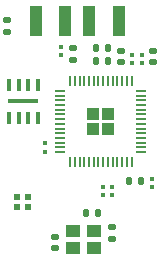
<source format=gtp>
G04 #@! TF.GenerationSoftware,KiCad,Pcbnew,(6.0.4-0)*
G04 #@! TF.CreationDate,2022-05-04T20:04:51-04:00*
G04 #@! TF.ProjectId,pico_ducky_pcb,7069636f-5f64-4756-936b-795f7063622e,rev?*
G04 #@! TF.SameCoordinates,Original*
G04 #@! TF.FileFunction,Paste,Top*
G04 #@! TF.FilePolarity,Positive*
%FSLAX46Y46*%
G04 Gerber Fmt 4.6, Leading zero omitted, Abs format (unit mm)*
G04 Created by KiCad (PCBNEW (6.0.4-0)) date 2022-05-04 20:04:51*
%MOMM*%
%LPD*%
G01*
G04 APERTURE LIST*
G04 Aperture macros list*
%AMRoundRect*
0 Rectangle with rounded corners*
0 $1 Rounding radius*
0 $2 $3 $4 $5 $6 $7 $8 $9 X,Y pos of 4 corners*
0 Add a 4 corners polygon primitive as box body*
4,1,4,$2,$3,$4,$5,$6,$7,$8,$9,$2,$3,0*
0 Add four circle primitives for the rounded corners*
1,1,$1+$1,$2,$3*
1,1,$1+$1,$4,$5*
1,1,$1+$1,$6,$7*
1,1,$1+$1,$8,$9*
0 Add four rect primitives between the rounded corners*
20,1,$1+$1,$2,$3,$4,$5,0*
20,1,$1+$1,$4,$5,$6,$7,0*
20,1,$1+$1,$6,$7,$8,$9,0*
20,1,$1+$1,$8,$9,$2,$3,0*%
G04 Aperture macros list end*
%ADD10RoundRect,0.135000X0.135000X0.185000X-0.135000X0.185000X-0.135000X-0.185000X0.135000X-0.185000X0*%
%ADD11RoundRect,0.140000X0.170000X-0.140000X0.170000X0.140000X-0.170000X0.140000X-0.170000X-0.140000X0*%
%ADD12R,0.500000X0.500000*%
%ADD13R,1.150000X1.000000*%
%ADD14RoundRect,0.079500X-0.100500X0.079500X-0.100500X-0.079500X0.100500X-0.079500X0.100500X0.079500X0*%
%ADD15RoundRect,0.140000X-0.170000X0.140000X-0.170000X-0.140000X0.170000X-0.140000X0.170000X0.140000X0*%
%ADD16RoundRect,0.079500X0.100500X-0.079500X0.100500X0.079500X-0.100500X0.079500X-0.100500X-0.079500X0*%
%ADD17RoundRect,0.250000X-0.292217X-0.292217X0.292217X-0.292217X0.292217X0.292217X-0.292217X0.292217X0*%
%ADD18RoundRect,0.050000X-0.387500X-0.050000X0.387500X-0.050000X0.387500X0.050000X-0.387500X0.050000X0*%
%ADD19RoundRect,0.050000X-0.050000X-0.387500X0.050000X-0.387500X0.050000X0.387500X-0.050000X0.387500X0*%
%ADD20RoundRect,0.135000X0.185000X-0.135000X0.185000X0.135000X-0.185000X0.135000X-0.185000X-0.135000X0*%
%ADD21R,0.350000X1.100000*%
%ADD22R,2.600000X0.300000*%
%ADD23R,1.100000X2.500000*%
G04 APERTURE END LIST*
D10*
X89610000Y-48200000D03*
X88590000Y-48200000D03*
D11*
X89925000Y-64330000D03*
X89925000Y-63370000D03*
D12*
X81900000Y-61675000D03*
X82800000Y-61675000D03*
X82800000Y-60775000D03*
X81900000Y-60775000D03*
D10*
X88785000Y-62150000D03*
X87765000Y-62150000D03*
D13*
X88400000Y-63700000D03*
X86650000Y-63700000D03*
X86650000Y-65100000D03*
X88400000Y-65100000D03*
D14*
X92500000Y-49445000D03*
X92500000Y-48755000D03*
X85630000Y-48105000D03*
X85630000Y-48795000D03*
D15*
X81100000Y-45820000D03*
X81100000Y-46780000D03*
D16*
X93300000Y-59255000D03*
X93300000Y-59945000D03*
D10*
X92430000Y-59400000D03*
X91410000Y-59400000D03*
D16*
X89980000Y-59955000D03*
X89980000Y-60645000D03*
X84300000Y-56945000D03*
X84300000Y-56255000D03*
D17*
X89637500Y-53762500D03*
X89637500Y-55037500D03*
X88362500Y-53762500D03*
X88362500Y-55037500D03*
D18*
X85562500Y-51800000D03*
X85562500Y-52200000D03*
X85562500Y-52600000D03*
X85562500Y-53000000D03*
X85562500Y-53400000D03*
X85562500Y-53800000D03*
X85562500Y-54200000D03*
X85562500Y-54600000D03*
X85562500Y-55000000D03*
X85562500Y-55400000D03*
X85562500Y-55800000D03*
X85562500Y-56200000D03*
X85562500Y-56600000D03*
X85562500Y-57000000D03*
D19*
X86400000Y-57837500D03*
X86800000Y-57837500D03*
X87200000Y-57837500D03*
X87600000Y-57837500D03*
X88000000Y-57837500D03*
X88400000Y-57837500D03*
X88800000Y-57837500D03*
X89200000Y-57837500D03*
X89600000Y-57837500D03*
X90000000Y-57837500D03*
X90400000Y-57837500D03*
X90800000Y-57837500D03*
X91200000Y-57837500D03*
X91600000Y-57837500D03*
D18*
X92437500Y-57000000D03*
X92437500Y-56600000D03*
X92437500Y-56200000D03*
X92437500Y-55800000D03*
X92437500Y-55400000D03*
X92437500Y-55000000D03*
X92437500Y-54600000D03*
X92437500Y-54200000D03*
X92437500Y-53800000D03*
X92437500Y-53400000D03*
X92437500Y-53000000D03*
X92437500Y-52600000D03*
X92437500Y-52200000D03*
X92437500Y-51800000D03*
D19*
X91600000Y-50962500D03*
X91200000Y-50962500D03*
X90800000Y-50962500D03*
X90400000Y-50962500D03*
X90000000Y-50962500D03*
X89600000Y-50962500D03*
X89200000Y-50962500D03*
X88800000Y-50962500D03*
X88400000Y-50962500D03*
X88000000Y-50962500D03*
X87600000Y-50962500D03*
X87200000Y-50962500D03*
X86800000Y-50962500D03*
X86400000Y-50962500D03*
D15*
X90700000Y-48420000D03*
X90700000Y-49380000D03*
D16*
X89180000Y-60645000D03*
X89180000Y-59955000D03*
D14*
X91660000Y-49445000D03*
X91660000Y-48755000D03*
D20*
X86640000Y-49200000D03*
X86640000Y-48180000D03*
D21*
X83650000Y-51300000D03*
X82850000Y-51300000D03*
X82050000Y-51300000D03*
X81250000Y-51300000D03*
X81250000Y-54100000D03*
X82050000Y-54100000D03*
X82850000Y-54100000D03*
X83650000Y-54100000D03*
D22*
X82450000Y-52700000D03*
D15*
X93450000Y-48420000D03*
X93450000Y-49380000D03*
D23*
X83500000Y-45850000D03*
X86000000Y-45850000D03*
X88000000Y-45850000D03*
X90500000Y-45850000D03*
D11*
X85125000Y-65110000D03*
X85125000Y-64150000D03*
D10*
X89610000Y-49250000D03*
X88590000Y-49250000D03*
M02*

</source>
